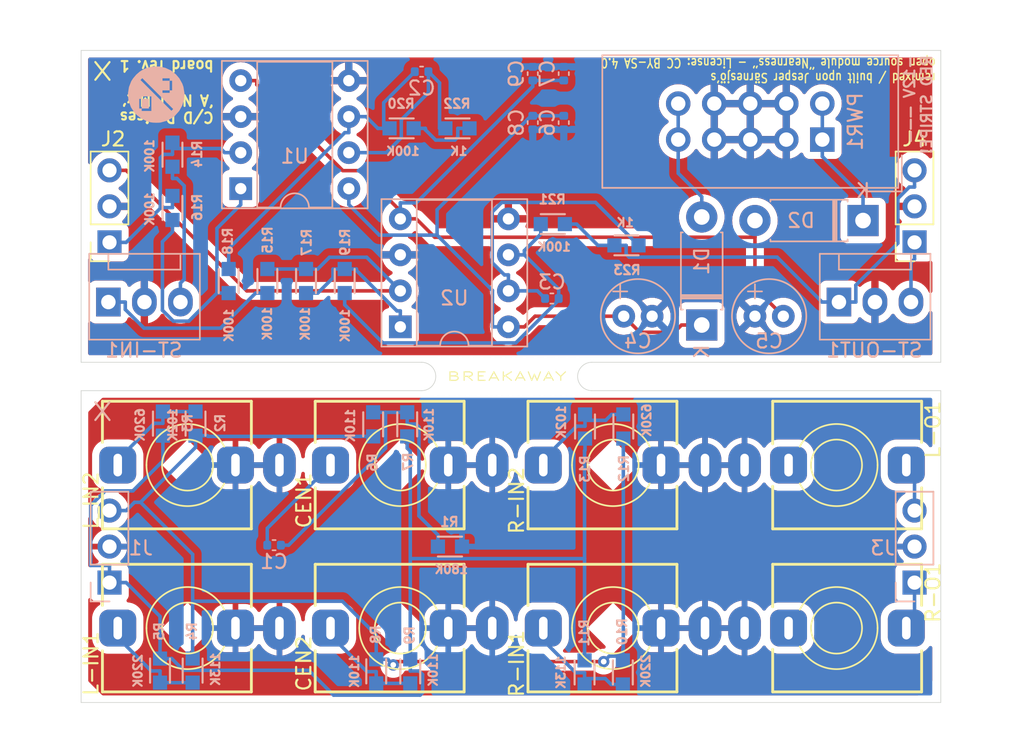
<source format=kicad_pcb>
(kicad_pcb (version 20240108) (generator "pcbnew") (generator_version "8.0")
  (layers (0 "F.Cu" signal) (31 "B.Cu" signal) (34 "B.Paste" user) (35 "F.Paste" user) (36 "B.SilkS" user "B.Silkscreen") (37 "F.SilkS" user "F.Silkscreen") (38 "B.Mask" user) (39 "F.Mask" user) (44 "Edge.Cuts" user))
  (net 0 "")
  (net 1 "Net-(C1-Pad1)")
  (net 2 "Net-(C1-Pad2)")
  (net 3 "Net-(U1B--)")
  (net 4 "Net-(C2-Pad2)")
  (net 5 "Net-(C3-Pad2)")
  (net 6 "Net-(U2B--)")
  (net 7 "+12V")
  (net 8 "GND")
  (net 9 "-12V")
  (net 10 "Net-(CEN2-PadT)")
  (net 11 "Net-(D1-A)")
  (net 12 "Net-(D2-K)")
  (net 13 "Net-(J1-Pin_1)")
  (net 14 "Net-(J1-Pin_3)")
  (net 15 "Net-(J2-Pin_1)")
  (net 16 "Net-(J2-Pin_3)")
  (net 17 "Net-(J3-Pin_3)")
  (net 18 "Net-(J3-Pin_1)")
  (net 19 "Net-(J4-Pin_1)")
  (net 20 "Net-(J4-Pin_3)")
  (net 21 "Net-(L-IN1-PadT)")
  (net 23 "Net-(L_IN2-PadT)")
  (net 24 "Net-(R-IN1-PadT)")
  (net 25 "Net-(R-IN2-PadT)")
  (net 27 "Net-(ST-IN1-Pin_3)")
  (net 28 "Net-(R16-Pad2)")
  (net 29 "Net-(R17-Pad2)")
  (net 30 "Net-(ST-IN1-Pin_1)")
  (footprint "AudioJacks:Jack_3.5mm_QingPu_WQP-PJ398SM_Vertical" (layer "F.Cu") (at 139.9634 107.4708 90)
    (property "Reference" "CEN1")
    (property "Value" "AudioJack2_SwitchT")
  )
  (footprint "AudioJacks:Jack_3.5mm_QingPu_WQP-PJ398SM_Vertical" (layer "F.Cu") (at 139.9634 118.9708 90)
    (property "Reference" "CEN2")
    (property "Value" "AudioJack2_SwitchT")
  )
  (footprint "Connector_PinSocket_2.54mm:PinSocket_1x03_P2.54mm_Vertical" (layer "F.Cu") (at 119.4634 91.7608 180)
    (property "Reference" "J2")
    (property "Value" "Conn_01x03_Female")
  )
  (footprint "Connector_PinSocket_2.54mm:PinSocket_1x03_P2.54mm_Vertical" (layer "F.Cu") (at 176.2134 91.7608 180)
    (property "Reference" "J4")
    (property "Value" "Conn_01x03_Female")
  )
  (footprint "AudioJacks:Jack_3.5mm_QingPu_WQP-PJ398SM_Vertical" (layer "F.Cu") (at 124.9634 118.9708 90)
    (property "Reference" "L-IN1")
    (property "Value" "AudioJack2_SwitchT")
  )
  (footprint "AudioJacks:Jack_3.5mm_QingPu_WQP-PJ398SM_Vertical" (layer "F.Cu") (at 170.7134 107.4708 -90)
    (property "Reference" "L-O1")
    (property "Value" "AudioJack2_SwitchT")
  )
  (footprint "AudioJacks:Jack_3.5mm_QingPu_WQP-PJ398SM_Vertical" (layer "F.Cu") (at 124.9634 107.4708 90)
    (property "Reference" "L_IN2")
    (property "Value" "AudioJack2_SwitchT")
  )
  (footprint "AudioJacks:Jack_3.5mm_QingPu_WQP-PJ398SM_Vertical" (layer "F.Cu") (at 154.9634 118.9708 90)
    (property "Reference" "R-IN1")
    (property "Value" "AudioJack2_SwitchT")
  )
  (footprint "AudioJacks:Jack_3.5mm_QingPu_WQP-PJ398SM_Vertical" (layer "F.Cu") (at 154.9634 107.4708 90)
    (property "Reference" "R-IN2")
    (property "Value" "AudioJack2_SwitchT")
  )
  (footprint "AudioJacks:Jack_3.5mm_QingPu_WQP-PJ398SM_Vertical" (layer "F.Cu") (at 170.7134 118.9708 -90)
    (property "Reference" "R-O1")
    (property "Value" "AudioJack2_SwitchT")
  )
  (footprint "MountingHole:MountingHole_0.5mm" (layer "F.Cu") (at 142.7134 100.2208)
    (property "Reference" "MOUSE_BITE_01" (hide yes))
    (property "Value" "0.5mm_Hole" (hide yes))
  )
  (footprint "MountingHole:MountingHole_0.5mm" (layer "F.Cu") (at 142.4634 102.2208)
    (property "Reference" "MOUSE_BITE_15" (hide yes))
    (property "Value" "0.5mm_Hole" (hide yes))
  )
  (footprint "MountingHole:MountingHole_0.5mm" (layer "F.Cu") (at 143.4634 100.2208)
    (property "Reference" "MOUSE_BITE_02" (hide yes))
    (property "Value" "0.5mm_Hole" (hide yes))
  )
  (footprint "MountingHole:MountingHole_0.5mm" (layer "F.Cu") (at 149.9634 102.2208)
    (property "Reference" "MOUSE_BITE_25" (hide yes))
    (property "Value" "0.5mm_Hole" (hide yes))
  )
  (footprint "MountingHole:MountingHole_0.5mm" (layer "F.Cu") (at 148.4634 102.2208)
    (property "Reference" "MOUSE_BITE_23" (hide yes))
    (property "Value" "0.5mm_Hole" (hide yes))
  )
  (footprint "MountingHole:MountingHole_0.5mm" (layer "F.Cu") (at 145.4634 102.2208)
    (property "Reference" "MOUSE_BITE_19" (hide yes))
    (property "Value" "0.5mm_Hole" (hide yes))
  )
  (footprint "MountingHole:MountingHole_0.5mm" (layer "F.Cu") (at 152.2134 102.2208)
    (property "Reference" "MOUSE_BITE_28" (hide yes))
    (property "Value" "0.5mm_Hole" (hide yes))
  )
  (footprint "MountingHole:MountingHole_0.5mm" (layer "F.Cu") (at 143.9634 102.2208)
    (property "Reference" "MOUSE_BITE_17" (hide yes))
    (property "Value" "0.5mm_Hole" (hide yes))
  )
  (footprint "MountingHole:MountingHole_0.5mm" (layer "F.Cu") (at 144.2134 100.2208)
    (property "Reference" "MOUSE_BITE_03" (hide yes))
    (property "Value" "0.5mm_Hole" (hide yes))
  )
  (footprint "MountingHole:MountingHole_0.5mm" (layer "F.Cu") (at 143.2134 102.2208)
    (property "Reference" "MOUSE_BITE_16" (hide yes))
    (property "Value" "0.5mm_Hole" (hide yes))
  )
  (footprint "MountingHole:MountingHole_0.5mm" (layer "F.Cu") (at 146.9634 102.2208)
    (property "Reference" "MOUSE_BITE_21" (hide yes))
    (property "Value" "0.5mm_Hole" (hide yes))
  )
  (footprint "MountingHole:MountingHole_0.5mm" (layer "F.Cu") (at 145.7134 100.2208)
    (property "Reference" "MOUSE_BITE_05" (hide yes))
    (property "Value" "0.5mm_Hole" (hide yes))
  )
  (footprint "MountingHole:MountingHole_0.5mm" (layer "F.Cu") (at 151.7134 100.2208)
    (property "Reference" "MOUSE_BITE_13" (hide yes))
    (property "Value" "0.5mm_Hole" (hide yes))
  )
  (footprint "MountingHole:MountingHole_0.5mm" (layer "F.Cu") (at 144.7134 102.2208)
    (property "Reference" "MOUSE_BITE_18" (hide yes))
    (property "Value" "0.5mm_Hole" (hide yes))
  )
  (footprint "MountingHole:MountingHole_0.5mm" (layer "F.Cu") (at 149.4634 100.2208)
    (property "Reference" "MOUSE_BITE_10" (hide yes))
    (property "Value" "0.5mm_Hole" (hide yes))
  )
  (footprint "MountingHole:MountingHole_0.5mm" (layer "F.Cu") (at 144.9634 100.2208)
    (property "Reference" "MOUSE_BITE_04" (hide yes))
    (property "Value" "0.5mm_Hole" (hide yes))
  )
  (footprint "MountingHole:MountingHole_0.5mm" (layer "F.Cu") (at 150.9634 100.2208)
    (property "Reference" "MOUSE_BITE_12" (hide yes))
    (property "Value" "0.5mm_Hole" (hide yes))
  )
  (footprint "MountingHole:MountingHole_0.5mm" (layer "F.Cu") (at 146.2134 102.2208)
    (property "Reference" "MOUSE_BITE_20" (hide yes))
    (property "Value" "0.5mm_Hole" (hide yes))
  )
  (footprint "MountingHole:MountingHole_0.5mm" (layer "F.Cu") (at 147.9634 100.2208)
    (property "Reference" "MOUSE_BITE_08" (hide yes))
    (property "Value" "0.5mm_Hole" (hide yes))
  )
  (footprint "MountingHole:MountingHole_0.5mm" (layer "F.Cu") (at 148.7134 100.2208)
    (property "Reference" "MOUSE_BITE_09" (hide yes))
    (property "Value" "0.5mm_Hole" (hide yes))
  )
  (footprint "MountingHole:MountingHole_0.5mm" (layer "F.Cu") (at 146.4634 100.2208)
    (property "Reference" "MOUSE_BITE_06" (hide yes))
    (property "Value" "0.5mm_Hole" (hide yes))
  )
  (footprint "MountingHole:MountingHole_0.5mm" (layer "F.Cu") (at 147.2134 100.2208)
    (property "Reference" "MOUSE_BITE_07" (hide yes))
    (property "Value" "0.5mm_Hole" (hide yes))
  )
  (footprint "MountingHole:MountingHole_0.5mm" (layer "F.Cu") (at 152.4634 100.2208)
    (property "Reference" "MOUSE_BITE_14" (hide yes))
    (property "Value" "0.5mm_Hole" (hide yes))
  )
  (footprint "MountingHole:MountingHole_0.5mm" (layer "F.Cu") (at 150.2134 100.2208)
    (property "Reference" "MOUSE_BITE_11" (hide yes))
    (property "Value" "0.5mm_Hole" (hide yes))
  )
  (footprint "MountingHole:MountingHole_0.5mm" (layer "F.Cu") (at 149.2134 102.2208)
    (property "Reference" "MOUSE_BITE_24" (hide yes))
    (property "Value" "0.5mm_Hole" (hide yes))
  )
  (footprint "MountingHole:MountingHole_0.5mm" (layer "F.Cu") (at 150.7134 102.2208)
    (property "Reference" "MOUSE_BITE_26" (hide yes))
    (property "Value" "0.5mm_Hole" (hide yes))
  )
  (footprint "MountingHole:MountingHole_0.5mm" (layer "F.Cu") (at 151.4634 102.2208)
    (property "Reference" "MOUSE_BITE_27" (hide yes))
    (property "Value" "0.5mm_Hole" (hide yes))
  )
  (footprint "MountingHole:MountingHole_0.5mm" (layer "F.Cu") (at 147.7134 102.2208)
    (property "Reference" "MOUSE_BITE_22" (hide yes))
    (property "Value" "0.5mm_Hole" (hide yes))
  )
  (footprint "Capacitor_SMD:C_0402_1005Metric" (layer "B.Cu") (at 131.0634 113.1208)
    (property "Reference" "C1")
    (property "Value" "5.6nF")
  )
  (footprint "Capacitor_SMD:C_0402_1005Metric" (layer "B.Cu") (at 141.4634 79.7208)
    (property "Reference" "C2")
    (property "Value" "22pF")
  )
  (footprint "Capacitor_SMD:C_0402_1005Metric" (layer "B.Cu") (at 150.6474 95.7208 180)
    (property "Reference" "C3")
    (property "Value" "22pF")
  )
  (footprint "Capacitor_THT:C_Radial_D5.0mm_H11.0mm_P2.00mm" (layer "B.Cu") (at 155.7134 96.9708)
    (property "Reference" "C4")
    (property "Value" "22uF")
  )
  (footprint "Capacitor_THT:C_Radial_D5.0mm_H11.0mm_P2.00mm" (layer "B.Cu") (at 164.9634 96.9708)
    (property "Reference" "C5")
    (property "Value" "22uF")
  )
  (footprint "Capacitor_SMD:C_0402_1005Metric" (layer "B.Cu") (at 151.4856 83.312 -90)
    (property "Reference" "C6")
    (property "Value" "100nF")
  )
  (footprint "Capacitor_SMD:C_0402_1005Metric" (layer "B.Cu") (at 151.4856 79.8576 -90)
    (property "Reference" "C7")
    (property "Value" "100nF")
  )
  (footprint "Capacitor_SMD:C_0402_1005Metric" (layer "B.Cu") (at 149.3012 83.312 -90)
    (property "Reference" "C8")
    (property "Value" "100nF")
  )
  (footprint "Capacitor_SMD:C_0402_1005Metric" (layer "B.Cu") (at 149.3012 79.8576 -90)
    (property "Reference" "C9")
    (property "Value" "100nF")
  )
  (footprint "Diode_THT:D_DO-41_SOD81_P7.62mm_Horizontal" (layer "B.Cu") (at 161.2134 97.5908 90)
    (property "Reference" "D1")
    (property "Value" "1N5819")
  )
  (footprint "Diode_THT:D_DO-41_SOD81_P7.62mm_Horizontal" (layer "B.Cu") (at 172.5834 90.2208 180)
    (property "Reference" "D2")
    (property "Value" "1N5819")
  )
  (footprint "Connector_PinHeader_2.54mm:PinHeader_1x03_P2.54mm_Vertical" (layer "B.Cu") (at 119.4634 115.7608)
    (property "Reference" "J1")
    (property "Value" "Conn_01x03_Male")
  )
  (footprint "Connector_PinHeader_2.54mm:PinHeader_1x03_P2.54mm_Vertical" (layer "B.Cu") (at 176.2134 115.7608)
    (property "Reference" "J3")
    (property "Value" "Conn_01x03_Male")
  )
  (footprint "Connector_IDC:IDC-Header_2x05_P2.54mm_Vertical" (layer "B.Cu") (at 169.7134 84.5108 90)
    (property "Reference" "PWR1")
    (property "Value" "Conn_02x05_Odd_Even")
  )
  (footprint "PCM_4ms_Resistor:R_0603" (layer "B.Cu") (at 143.4634 113.2208)
    (property "Reference" "R1")
    (property "Value" "180K")
  )
  (footprint "PCM_4ms_Resistor:R_0603" (layer "B.Cu") (at 125.5268 104.5464 -90)
    (property "Reference" "R2")
    (property "Value" "102K")
  )
  (footprint "PCM_4ms_Resistor:R_0603" (layer "B.Cu") (at 123.2268 104.5464 -90)
    (property "Reference" "R3")
    (property "Value" "620K")
  )
  (footprint "PCM_4ms_Resistor:R_0603" (layer "B.Cu") (at 125.3236 121.9708 90)
    (property "Reference" "R4")
    (property "Value" "113K")
  )
  (footprint "PCM_4ms_Resistor:R_0603" (layer "B.Cu") (at 123.0236 121.9708 90)
    (property "Reference" "R5")
    (property "Value" "220K")
  )
  (footprint "PCM_4ms_Resistor:R_0603" (layer "B.Cu") (at 138.049 104.5972 -90)
    (property "Reference" "R6")
    (property "Value" "110K")
  )
  (footprint "PCM_4ms_Resistor:R_0603" (layer "B.Cu") (at 140.449 104.5972 -90)
    (property "Reference" "R7")
    (property "Value" "110K")
  )
  (footprint "PCM_4ms_Resistor:R_0603" (layer "B.Cu") (at 138.2652 122.0216 90)
    (property "Reference" "R8")
    (property "Value" "110K")
  )
  (footprint "PCM_4ms_Resistor:R_0603" (layer "B.Cu") (at 140.6652 122.0216 90)
    (property "Reference" "R9")
    (property "Value" "110K")
  )
  (footprint "PCM_4ms_Resistor:R_0603" (layer "B.Cu") (at 155.6512 122.0978 90)
    (property "Reference" "R10")
    (property "Value" "220K")
  )
  (footprint "PCM_4ms_Resistor:R_0603" (layer "B.Cu") (at 152.9512 122.0978 90)
    (property "Reference" "R11")
    (property "Value" "113K")
  )
  (footprint "PCM_4ms_Resistor:R_0603" (layer "B.Cu") (at 155.6842 104.7496 -90)
    (property "Reference" "R12")
    (property "Value" "620K")
  )
  (footprint "PCM_4ms_Resistor:R_0603" (layer "B.Cu") (at 152.9842 104.7496 -90)
    (property "Reference" "R13")
    (property "Value" "102K")
  )
  (footprint "PCM_4ms_Resistor:R_0603" (layer "B.Cu") (at 123.9012 85.5764 -90)
    (property "Reference" "R14")
    (property "Value" "100K")
  )
  (footprint "PCM_4ms_Resistor:R_0603" (layer "B.Cu") (at 130.5899 94.488 90)
    (property "Reference" "R15")
    (property "Value" "100K")
  )
  (footprint "PCM_4ms_Resistor:R_0603" (layer "B.Cu") (at 123.9012 89.3318 -90)
    (property "Reference" "R16")
    (property "Value" "100K")
  )
  (footprint "PCM_4ms_Resistor:R_0603" (layer "B.Cu") (at 133.3161 94.488 -90)
    (property "Reference" "R17")
    (property "Value" "100K")
  )
  (footprint "PCM_4ms_Resistor:R_0603" (layer "B.Cu") (at 127.8636 94.488 90)
    (property "Reference" "R18")
    (property "Value" "100K")
  )
  (footprint "PCM_4ms_Resistor:R_0603" (layer "B.Cu") (at 136.0424 94.488 -90)
    (property "Reference" "R19")
    (property "Value" "100K")
  )
  (footprint "PCM_4ms_Resistor:R_0603" (layer "B.Cu") (at 140.0556 83.7184)
    (property "Reference" "R20")
    (property "Value" "100K")
  )
  (footprint "PCM_4ms_Resistor:R_0603" (layer "B.Cu") (at 150.7134 90.4708)
    (property "Reference" "R21")
    (property "Value" "100K")
  )
  (footprint "PCM_4ms_Resistor:R_0603" (layer "B.Cu") (at 143.9926 83.7184)
    (property "Reference" "R22")
    (property "Value" "1K")
  )
  (footprint "PCM_4ms_Resistor:R_0603" (layer "B.Cu") (at 155.9052 91.9734 180)
    (property "Reference" "R23")
    (property "Value" "1K")
  )
  (footprint "Connector:FanPinHeader_1x03_P2.54mm_Vertical" (layer "B.Cu") (at 119.3834 95.9708)
    (property "Reference" "ST-IN1")
    (property "Value" "Conn_01x03_Male")
  )
  (footprint "Connector:FanPinHeader_1x03_P2.54mm_Vertical" (layer "B.Cu") (at 170.8834 95.9708)
    (property "Reference" "ST-OUT1")
    (property "Value" "Conn_01x03_Male")
  )
  (footprint "Package_DIP:DIP-8_W7.62mm_Socket" (layer "B.Cu") (at 128.7134 87.9708)
    (property "Reference" "U1")
    (property "Value" "TL072")
  )
  (footprint "Package_DIP:DIP-8_W7.62mm_Socket" (layer "B.Cu") (at 139.9634 97.7208)
    (property "Reference" "U2")
    (property "Value" "TL072")
  )
  (footprint "Graphics" (layer "B.Cu") (at 124.7557 79.3348 180)
    (property "Reference" "logo" (hide yes))
    (property "Value" "")
  )
  (gr_line (start 155.4634 94.7208) (end 155.4634 95.7208) (stroke (width 0.12)) (layer "B.SilkS"))
  (gr_line (start 164.9634 94.7208) (end 164.9634 95.7208) (stroke (width 0.12)) (layer "B.SilkS"))
  (gr_line (start 164.4634 95.2208) (end 165.4634 95.2208) (stroke (width 0.12)) (layer "B.SilkS"))
  (gr_line (start 154.9634 95.2208) (end 155.9634 95.2208) (stroke (width 0.12)) (layer "B.SilkS"))
  (gr_line (start 117.4634 100.2208) (end 141.4634 100.2208) (stroke (width 0.05)) (layer "Edge.Cuts"))
  (gr_line (start 117.4634 78.2208) (end 178.0634 78.2208) (stroke (width 0.05)) (layer "Edge.Cuts"))
  (gr_line (start 153.4634 102.2208) (end 178.0634 102.2208) (stroke (width 0.05)) (layer "Edge.Cuts"))
  (gr_line (start 117.4634 78.2208) (end 117.4634 100.2208) (stroke (width 0.05)) (layer "Edge.Cuts"))
  (gr_line (start 178.0634 78.2208) (end 178.0634 100.2208) (stroke (width 0.05)) (layer "Edge.Cuts"))
  (gr_arc (start 153.4634 102.2208) (mid 152.4634 101.2208) (end 153.4634 100.2208) (stroke (width 0.05)) (layer "Edge.Cuts"))
  (gr_arc (start 141.4634 100.2208) (mid 142.4634 101.2208) (end 141.4634 102.2208) (stroke (width 0.05)) (layer "Edge.Cuts"))
  (gr_line (start 117.4634 124.2208) (end 178.0634 124.2208) (stroke (width 0.05)) (layer "Edge.Cuts"))
  (gr_line (start 117.4634 102.2208) (end 117.4634 124.2208) (stroke (width 0.05)) (layer "Edge.Cuts"))
  (gr_line (start 153.4634 100.2208) (end 178.0634 100.2208) (stroke (width 0.05)) (layer "Edge.Cuts"))
  (gr_line (start 117.4634 102.2208) (end 141.4634 102.2208) (stroke (width 0.05)) (layer "Edge.Cuts"))
  (gr_line (start 178.0634 102.2208) (end 178.0634 124.2208) (stroke (width 0.05)) (layer "Edge.Cuts"))
  (gr_text "X" (at 118.9634 103.7208 0) (layer "B.SilkS") (effects (font (size 1.25 1.5))))
  (gr_text "-12V ———\nRED STRIPE!" (at 176.4634 78.4708 90) (layer "B.SilkS") (effects (font (size 0.75 0.75)) (justify left mirror)))
  (gr_text "remixed / built upon Jesper Särnesjö’s\nopen source module “Nearness” - License: CC BY-SA 4.0" (at 177.7634 79.6208 180) (layer "F.SilkS") (effects (font (size 0.65 0.525) (thickness 0.1)) (justify left)))
  (gr_text "C/D Devices\n‘A Near Mix’\n\nboard rev. 1" (at 126.8868 81.1208 180) (layer "F.SilkS") (effects (font (size 0.75 0.7)) (justify left)))
  (gr_text "X" (at 118.9634 79.7208 0) (layer "F.SilkS") (effects (font (size 1.25 1.5))))
  (gr_text "BREAKAWAY" (at 147.4634 101.2208 0) (layer "F.SilkS") (effects (font (size 0.6 1) (thickness 0.08))))
  (segment (start 135.0434 107.4708) (end 130.5834 111.9308) (width 0.25) (layer "B.Cu") (net 1))
  (segment (start 130.5834 111.9308) (end 130.5834 113.1208) (width 0.25) (layer "B.Cu") (net 1))
  (segment (start 138.9203 106.2892) (end 138.9203 103.7472) (width 0.25) (layer "B.Cu") (net 2))
  (segment (start 131.5434 113.1208) (end 132.0887 113.1208) (width 0.25) (layer "B.Cu") (net 2))
  (segment (start 140.449 103.7472) (end 140.449 104.5739) (width 0.25) (layer "B.Cu") (net 2))
  (segment (start 141.2757 104.7805) (end 141.2757 111.0564) (width 0.25) (layer "B.Cu") (net 2))
  (segment (start 141.2757 111.0564) (end 142.6134 112.3941) (width 0.25) (layer "B.Cu") (net 2))
  (segment (start 142.6134 113.2208) (end 142.6134 112.3941) (width 0.25) (layer "B.Cu") (net 2))
  (segment (start 138.049 103.7472) (end 138.9203 103.7472) (width 0.25) (layer "B.Cu") (net 2))
  (segment (start 132.0887 113.1208) (end 138.9203 106.2892) (width 0.25) (layer "B.Cu") (net 2))
  (segment (start 140.449 104.5739) (end 141.0691 104.5739) (width 0.25) (layer "B.Cu") (net 2))
  (segment (start 138.9203 103.7472) (end 140.449 103.7472) (width 0.25) (layer "B.Cu") (net 2))
  (segment (start 141.0691 104.5739) (end 141.2757 104.7805) (width 0.25) (layer "B.Cu") (net 2))
  (segment (start 137.5513 82.8908) (end 138.3789 83.7184) (width 0.25) (layer "B.Cu") (net 3))
  (segment (start 136.0517 84.0175) (end 136.3334 84.0175) (width 0.25) (layer "B.Cu") (net 3))
  (segment (start 138.7923 83.7184) (end 138.3789 83.7184) (width 0.25) (layer "B.Cu") (net 3))
  (segment (start 136.3334 82.8908) (end 137.5513 82.8908) (width 0.25) (layer "B.Cu") (net 3))
  (segment (start 127.8636 93.638) (end 127.8636 92.2056) (width 0.25) (layer "B.Cu") (net 3))
  (segment (start 136.3334 82.8908) (end 136.3334 84.0175) (width 0.25) (layer "B.Cu") (net 3))
  (segment (start 138.7923 81.9119) (end 140.9834 79.7208) (width 0.25) (layer "B.Cu") (net 3))
  (segment (start 138.7923 83.7184) (end 138.7923 81.9119) (width 0.25) (layer "B.Cu") (net 3))
  (segment (start 139.2056 83.7184) (end 138.7923 83.7184) (width 0.25) (layer "B.Cu") (net 3))
  (segment (start 127.8636 92.2056) (end 136.0517 84.0175) (width 0.25) (layer "B.Cu") (net 3))
  (segment (start 140.0323 83.1112) (end 141.9434 81.2001) (width 0.25) (layer "B.Cu") (net 4))
  (segment (start 142.7293 80.5067) (end 141.9434 79.7208) (width 0.25) (layer "B.Cu") (net 4))
  (segment (start 138.9775 85.4308) (end 140.0323 84.376) (width 0.25) (layer "B.Cu") (net 4))
  (segment (start 136.3334 85.4308) (end 138.9775 85.4308) (width 0.25) (layer "B.Cu") (net 4))
  (segment (start 141.9434 81.2001) (end 141.9434 79.7208) (width 0.25) (layer "B.Cu") (net 4))
  (segment (start 140.0323 84.376) (end 140.0323 83.1112) (width 0.25) (layer "B.Cu") (net 4))
  (segment (start 143.1426 83.7184) (end 142.7293 83.7184) (width 0.25) (layer "B.Cu") (net 4))
  (segment (start 142.7293 83.7184) (end 142.7293 80.5067) (width 0.25) (layer "B.Cu") (net 4))
  (segment (start 147.3017 94.0541) (end 146.4438 93.1962) (width 0.25) (layer "B.Cu") (net 5))
  (segment (start 149.6274 95.1808) (end 150.1674 95.7208) (width 0.25) (layer "B.Cu") (net 5))
  (segment (start 147.5834 95.1808) (end 147.5834 94.0541) (width 0.25) (layer "B.Cu") (net 5))
  (segment (start 147.5834 95.1808) (end 149.6274 95.1808) (width 0.25) (layer "B.Cu") (net 5))
  (segment (start 146.4438 89.6119) (end 147.1135 88.9422) (width 0.25) (layer "B.Cu") (net 5))
  (segment (start 147.1135 88.9422) (end 153.724 88.9422) (width 0.25) (layer "B.Cu") (net 5))
  (segment (start 146.4438 93.1962) (end 146.4438 89.6119) (width 0.25) (layer "B.Cu") (net 5))
  (segment (start 147.5834 94.0541) (end 147.3017 94.0541) (width 0.25) (layer "B.Cu") (net 5))
  (segment (start 153.724 88.9422) (end 156.7552 91.9734) (width 0.25) (layer "B.Cu") (net 5))
  (segment (start 136.0424 95.338) (end 136.0424 96.1647) (width 0.25) (layer "B.Cu") (net 6))
  (segment (start 148.7101 92.6408) (end 151.1274 95.0581) (width 0.25) (layer "B.Cu") (net 6))
  (segment (start 138.7301 98.8524) (end 148.1053 98.8524) (width 0.25) (layer "B.Cu") (net 6))
  (segment (start 147.5834 92.6408) (end 148.7101 92.6408) (width 0.25) (layer "B.Cu") (net 6))
  (segment (start 148.7101 92.3374) (end 149.8634 91.1841) (width 0.25) (layer "B.Cu") (net 6))
  (segment (start 136.0424 96.1647) (end 138.7301 98.8524) (width 0.25) (layer "B.Cu") (net 6))
  (segment (start 148.7101 92.6408) (end 148.7101 92.3374) (width 0.25) (layer "B.Cu") (net 6))
  (segment (start 149.8634 90.4708) (end 149.8634 91.1841) (width 0.25) (layer "B.Cu") (net 6))
  (segment (start 148.1053 98.8524) (end 151.1274 95.8303) (width 0.25) (layer "B.Cu") (net 6))
  (segment (start 151.1274 95.8303) (end 151.1274 95.7208) (width 0.25) (layer "B.Cu") (net 6))
  (segment (start 151.1274 95.0581) (end 151.1274 95.7208) (width 0.25) (layer "B.Cu") (net 6))
  (segment (start 159.2733 98.1042) (end 159.7867 97.5908) (width 0.25) (layer "F.Cu") (net 7))
  (segment (start 147.5834 97.7208) (end 148.7101 97.7208) (width 0.25) (layer "F.Cu") (net 7))
  (segment (start 156.8468 98.1042) (end 159.2733 98.1042) (width 0.25) (layer "F.Cu") (net 7))
  (segment (start 155.7134 96.9708) (end 149.4601 96.9708) (width 0.25) (layer "F.Cu") (net 7))
  (segment (start 149.4601 96.9708) (end 148.7101 97.7208) (width 0.25) (layer "F.Cu") (net 7))
  (segment (start 155.7134 96.9708) (end 156.8468 98.1042) (width 0.25) (layer "F.Cu") (net 7))
  (segment (start 161.2134 97.5908) (end 159.7867 97.5908) (width 0.25) (layer "F.Cu") (net 7))
  (segment (start 142.5553 91.2514) (end 142.5553 89.4597) (width 0.25) (layer "B.Cu") (net 7))
  (segment (start 138.4873 91.2514) (end 136.3334 89.0975) (width 0.25) (layer "B.Cu") (net 7))
  (segment (start 142.5553 91.2514) (end 138.4873 91.2514) (width 0.25) (layer "B.Cu") (net 7))
  (segment (start 146.4567 95.1528) (end 142.5553 91.2514) (width 0.25) (layer "B.Cu") (net 7))
  (segment (start 147.5834 97.7208) (end 146.4567 97.7208) (width 0.25) (layer "B.Cu") (net 7))
  (segment (start 149.183 82.832) (end 149.3012 82.832) (width 0.25) (layer "B.Cu") (net 7))
  (segment (start 149.3012 82.832) (end 151.4856 82.832) (width 0.25) (layer "B.Cu") (net 7))
  (segment (start 136.3334 87.9708) (end 136.3334 89.0975) (width 0.25) (layer "B.Cu") (net 7))
  (segment (start 142.5553 89.4597) (end 149.183 82.832) (width 0.25) (layer "B.Cu") (net 7))
  (segment (start 146.4567 97.7208) (end 146.4567 95.1528) (width 0.25) (layer "B.Cu") (net 7))
  (segment (start 166.9634 96.9708) (end 164.9634 94.9708) (width 0.25) (layer "F.Cu") (net 9))
  (segment (start 140.5268 90.1008) (end 141.0901 90.1008) (width 0.25) (layer "F.Cu") (net 9))
  (segment (start 137.1268 86.7008) (end 135.9084 86.7008) (width 0.25) (layer "F.Cu") (net 9))
  (segment (start 164.9634 91.4003) (end 164.9634 90.2208) (width 0.25) (layer "F.Cu") (net 9))
  (segment (start 129.8401 80.6325) (end 129.8401 80.3508) (width 0.25) (layer "F.Cu") (net 9))
  (segment (start 164.9634 94.9708) (end 164.9634 91.4003) (width 0.25) (layer "F.Cu") (net 9))
  (segment (start 139.9634 90.1008) (end 140.5268 90.1008) (width 0.25) (layer "F.Cu") (net 9))
  (segment (start 135.9084 86.7008) (end 129.8401 80.6325) (width 0.25) (layer "F.Cu") (net 9))
  (segment (start 142.3896 91.4003) (end 141.0901 90.1008) (width 0.25) (layer "F.Cu") (net 9))
  (segment (start 164.9634 91.4003) (end 142.3896 91.4003) (width 0.25) (layer "F.Cu") (net 9))
  (segment (start 140.5268 90.1008) (end 137.1268 86.7008) (width 0.25) (layer "F.Cu") (net 9))
  (segment (start 128.7134 80.3508) (end 129.8401 80.3508) (width 0.25) (layer "F.Cu") (net 9))
  (segment (start 139.9634 88.9741) (end 141.0901 88.9741) (width 0.25) (layer "B.Cu") (net 9))
  (segment (start 151.4856 80.3376) (end 149.3012 80.3376) (width 0.25) (layer "B.Cu") (net 9))
  (segment (start 139.9634 90.1008) (end 139.9634 88.9741) (width 0.25) (layer "B.Cu") (net 9))
  (segment (start 141.0901 88.9741) (end 149.3012 80.763) (width 0.25) (layer "B.Cu") (net 9))
  (segment (start 149.3012 80.763) (end 149.3012 80.3376) (width 0.25) (layer "B.Cu") (net 9))
  (segment (start 138.2652 122.8716) (end 138.2652 122.0449) (width 0.25) (layer "B.Cu") (net 10))
  (segment (start 135.0434 118.9708) (end 135.0434 119.4801) (width 0.25) (layer "B.Cu") (net 10))
  (segment (start 137.6082 122.0449) (end 138.2652 122.0449) (width 0.25) (layer "B.Cu") (net 10))
  (segment (start 140.6652 122.8716) (end 138.2652 122.8716) (width 0.25) (layer "B.Cu") (net 10))
  (segment (start 135.0434 119.4801) (end 137.6082 122.0449) (width 0.25) (layer "B.Cu") (net 10))
  (segment (start 159.5534 81.9708) (end 159.5534 84.5108) (width 0.25) (layer "B.Cu") (net 11))
  (segment (start 161.2134 89.9708) (end 161.2134 88.5441) (width 0.25) (layer "B.Cu") (net 11))
  (segment (start 159.5534 86.8841) (end 161.2134 88.5441) (width 0.25) (layer "B.Cu") (net 11))
  (segment (start 159.5534 84.5108) (end 159.5534 86.8841) (width 0.25) (layer "B.Cu") (net 11))
  (segment (start 172.5834 88.5711) (end 172.5834 90.2208) (width 0.25) (layer "B.Cu") (net 12))
  (segment (start 169.7134 84.5108) (end 169.7134 85.7011) (width 0.25) (layer "B.Cu") (net 12))
  (segment (start 169.7134 81.9708) (end 169.7134 84.5108) (width 0.25) (layer "B.Cu") (net 12))
  (segment (start 169.7134 85.7011) (end 172.5834 88.5711) (width 0.25) (layer "B.Cu") (net 12))
  (segment (start 141.2852 121.9983) (end 141.5316 122.2447) (width 0.25) (layer "B.Cu") (net 13))
  (segment (start 119.4634 114.554) (end 119.4634 115.7608) (width 0.25) (layer "B.Cu") (net 13))
  (segment (start 120.6401 115.7608) (end 123.0236 118.1443) (width 0.25) (layer "B.Cu") (net 13))
  (segment (start 123.0236 121.1208) (end 123.8503 121.1208) (width 0.25) (layer "B.Cu") (net 13))
  (segment (start 119.1591 109.2925) (end 118.1354 110.3162) (width 0.25) (layer "B.Cu") (net 13))
  (segment (start 124.677 121.9475) (end 123.8503 121.1208) (width 0.25) (layer "B.Cu") (net 13))
  (segment (start 140.6652 121.1716) (end 140.6652 114.0709) (width 0.25) (layer "B.Cu") (net 13))
  (segment (start 133.5083 121.9475) (end 124.677 121.9475) (width 0.25) (layer "B.Cu") (net 13))
  (segment (start 152.9512 114.0709) (end 152.9512 106.4593) (width 0.25) (layer "B.Cu") (net 13))
  (segment (start 140.6652 114.0709) (end 152.9512 114.0709) (width 0.25) (layer "B.Cu") (net 13))
  (segment (start 123.0236 118.1443) (end 123.0236 121.1208) (width 0.25) (layer "B.Cu") (net 13))
  (segment (start 140.6652 106.4901) (end 140.449 106.2739) (width 0.25) (layer "B.Cu") (net 13))
  (segment (start 121.1109 109.2925) (end 119.1591 109.2925) (width 0.25) (layer "B.Cu") (net 13))
  (segment (start 119.4634 115.7608) (end 120.6401 115.7608) (width 0.25) (layer "B.Cu") (net 13))
  (segment (start 141.5316 123.5265) (end 141.3598 123.6983) (width 0.25) (layer "B.Cu") (net 13))
  (segment (start 118.1354 110.3162) (end 118.1354 114.554) (width 0.25) (layer "B.Cu") (net 13))
  (segment (start 140.6652 121.1716) (end 140.6652 121.9983) (width 0.25) (layer "B.Cu") (net 13))
  (segment (start 152.9512 121.2478) (end 152.9512 114.0709) (width 0.25) (layer "B.Cu") (net 13))
  (segment (start 135.2591 123.6983) (end 133.5083 121.9475) (width 0.25) (layer "B.Cu") (net 13))
  (segment (start 152.9512 106.4593) (end 152.9842 106.4263) (width 0.25) (layer "B.Cu") (net 13))
  (segment (start 123.2268 107.1766) (end 121.1109 109.2925) (width 0.25) (layer "B.Cu") (net 13))
  (segment (start 118.1354 114.554) (end 119.4634 114.554) (width 0.25) (layer "B.Cu") (net 13))
  (segment (start 140.6652 121.9983) (end 141.2852 121.9983) (width 0.25) (layer "B.Cu") (net 13))
  (segment (start 141.3598 123.6983) (end 135.2591 123.6983) (width 0.25) (layer "B.Cu") (net 13))
  (segment (start 140.449 105.4472) (end 140.449 106.2739) (width 0.25) (layer "B.Cu") (net 13))
  (segment (start 123.2268 105.3964) (end 123.2268 107.1766) (width 0.25) (layer "B.Cu") (net 13))
  (segment (start 140.6652 114.0709) (end 140.6652 106.4901) (width 0.25) (layer "B.Cu") (net 13))
  (segment (start 141.5316 122.2447) (end 141.5316 123.5265) (width 0.25) (layer "B.Cu") (net 13))
  (segment (start 152.9842 105.5996) (end 152.9842 106.4263) (width 0.25) (layer "B.Cu") (net 13))
  (segment (start 154.3012 121.3362) (end 139.6992 121.3362) (width 0.25) (layer "F.Cu") (net 14))
  (segment (start 139.6992 121.3362) (end 139.4641 121.5713) (width 0.25) (layer "F.Cu") (net 14))
  (via (at 139.4641 121.5713) (size 0.8) (drill 0.4) (layers "F.Cu" "B.Cu") (net 14))
  (via (at 154.3012 121.3362) (size 0.8) (drill 0.4) (layers "F.Cu" "B.Cu") (net 14))
  (segment (start 155.6512 121.2478) (end 155.6512 120.9478) (width 0.25) (layer "B.Cu") (net 14))
  (segment (start 154.6896 120.9478) (end 154.3012 121.3362) (width 0.25) (layer "B.Cu") (net 14))
  (segment (start 138.2652 119.4621) (end 138.2652 121.1716) (width 0.25) (layer "B.Cu") (net 14))
  (segment (start 155.6512 120.9478) (end 155.6512 120.4211) (width 0.25) (layer "B.Cu") (net 14))
  (segment (start 139.4641 121.5713) (end 139.0919 121.1991) (width 0.25) (layer "B.Cu") (net 14))
  (segment (start 155.6512 120.4211) (end 155.6842 120.3881) (width 0.25) (layer "B.Cu") (net 14))
  (segment (start 125.5268 105.3964) (end 126.3535 105.3964) (width 0.25) (layer "B.Cu") (net 14))
  (segment (start 121.224 110.0969) (end 120.6401 110.6808) (width 0.25) (layer "B.Cu") (net 14))
  (segment (start 138.2652 121.1716) (end 139.0919 121.1716) (width 0.25) (layer "B.Cu") (net 14))
  (segment (start 125.3236 117.0746) (end 125.3236 113.7675) (width 0.25) (layer "B.Cu") (net 14))
  (segment (start 125.3236 121.1208) (end 125.3236 117.0746) (width 0.25) (layer "B.Cu") (net 14))
  (segment (start 125.5268 105.3964) (end 125.5268 106.2231) (width 0.25) (layer "B.Cu") (net 14))
  (segment (start 125.3236 117.0746) (end 135.8777 117.0746) (width 0.25) (layer "B.Cu") (net 14))
  (segment (start 138.049 105.4472) (end 126.4043 105.4472) (width 0.25) (layer "B.Cu") (net 14))
  (segment (start 139.0919 121.1991) (end 139.0919 121.1716) (width 0.25) (layer "B.Cu") (net 14))
  (segment (start 135.8777 117.0746) (end 138.2652 119.4621) (width 0.25) (layer "B.Cu") (net 14))
  (segment (start 121.653 110.0969) (end 125.5268 106.2231) (width 0.25) (layer "B.Cu") (net 14))
  (segment (start 126.4043 105.4472) (end 126.3535 105.3964) (width 0.25) (layer "B.Cu") (net 14))
  (segment (start 121.653 110.0969) (end 121.224 110.0969) (width 0.25) (layer "B.Cu") (net 14))
  (segment (start 125.3236 113.7675) (end 121.653 110.0969) (width 0.25) (layer "B.Cu") (net 14))
  (segment (start 155.6512 120.9478) (end 154.6896 120.9478) (width 0.25) (layer "B.Cu") (net 14))
  (segment (start 119.4634 110.6808) (end 120.6401 110.6808) (width 0.25) (layer "B.Cu") (net 14))
  (segment (start 155.6842 120.3881) (end 155.6842 105.5996) (width 0.25) (layer "B.Cu") (net 14))
  (segment (start 123.0442 89.3567) (end 123.0442 89.3085) (width 0.25) (layer "B.Cu") (net 15))
  (segment (start 120.6401 91.7608) (end 123.0442 89.3567) (width 0.25) (layer "B.Cu") (net 15))
  (segment (start 123.9012 84.7264) (end 123.9012 85.1397) (width 0.25) (layer "B.Cu") (net 15))
  (segment (start 127.2956 85.1397) (end 127.5867 85.4308) (width 0.25) (layer "B.Cu") (net 15))
  (segment (start 123.9012 88.4818) (end 123.9012 89.3085) (width 0.25) (layer "B.Cu") (net 15))
  (segment (start 128.7134 85.4308) (end 127.5867 85.4308) (width 0.25) (layer "B.Cu") (net 15))
  (segment (start 119.4634 91.7608) (end 120.6401 91.7608) (width 0.25) (layer "B.Cu") (net 15))
  (segment (start 123.0442 89.3085) (end 123.9012 89.3085) (width 0.25) (layer "B.Cu") (net 15))
  (segment (start 123.9012 85.1397) (end 127.2956 85.1397) (width 0.25) (layer "B.Cu") (net 15))
  (segment (start 123.2812 85.5531) (end 123.9012 85.5531) (width 0.25) (layer "B.Cu") (net 15))
  (segment (start 123.0442 85.7901) (end 123.2812 85.5531) (width 0.25) (layer "B.Cu") (net 15))
  (segment (start 123.0442 89.3085) (end 123.0442 85.7901) (width 0.25) (layer "B.Cu") (net 15))
  (segment (start 123.9012 85.1397) (end 123.9012 85.5531) (width 0.25) (layer "B.Cu") (net 15))
  (segment (start 129.1401 95.1808) (end 120.6401 86.6808) (width 0.25) (layer "F.Cu") (net 16))
  (segment (start 119.4634 86.6808) (end 120.6401 86.6808) (width 0.25) (layer "F.Cu") (net 16))
  (segment (start 139.9634 95.1808) (end 129.1401 95.1808) (width 0.25) (layer "F.Cu") (net 16))
  (segment (start 134.9695 92.8113) (end 134.1428 93.638) (width 0.25) (layer "B.Cu") (net 16))
  (segment (start 137.5939 92.8113) (end 134.9695 92.8113) (width 0.25) (layer "B.Cu") (net 16))
  (segment (start 133.7295 93.638) (end 134.1428 93.638) (width 0.25) (layer "B.Cu") (net 16))
  (segment (start 139.9634 95.1808) (end 137.5939 92.8113) (width 0.25) (layer "B.Cu") (net 16))
  (segment (start 133.3161 93.638) (end 130.5899 93.638) (width 0.25) (layer "B.Cu") (net 16))
  (segment (start 133.7295 93.638) (end 133.3161 93.638) (width 0.25) (layer "B.Cu") (net 16))
  (segment (start 176.2134 108.0508) (end 176.2134 110.6808) (width 0.25) (layer "B.Cu") (net 17))
  (segment (start 175.6334 107.4708) (end 176.2134 108.0508) (width 0.25) (layer "B.Cu") (net 17))
  (segment (start 176.2134 118.3908) (end 176.2134 115.7608) (width 0.25) (layer "B.Cu") (net 18))
  (segment (start 175.6334 118.9708) (end 176.2134 118.3908) (width 0.25) (layer "B.Cu") (net 18))
  (segment (start 143.8093 84.5451) (end 144.0159 84.3385) (width 0.25) (layer "B.Cu") (net 19))
  (segment (start 144.8114 83.7184) (end 144.7801 83.7184) (width 0.25) (layer "B.Cu") (net 19))
  (segment (start 144.8407 83.7184) (end 144.8387 83.7184) (width 0.25) (layer "B.Cu") (net 19))
  (segment (start 176.2134 91.7791) (end 176.2134 91.7975) (width 0.25) (layer "B.Cu") (net 19))
  (segment (start 176.2134 92.0549) (end 176.2134 92.3491) (width 0.25) (layer "B.Cu") (net 19))
  (segment (start 141.7323 83.8217) (end 142.4557 84.5451) (width 0.25) (layer "B.Cu") (net 19))
  (segment (start 144.0159 84.3385) (end 144.0159 83.7184) (width 0.25) (layer "B.Cu") (net 19))
  (segment (start 176.2134 91.7619) (end 176.2134 91.763) (width 0.25) (layer "B.Cu") (net 19))
  (segment (start 176.2134 91.7699) (end 176.2134 91.7791) (width 0.25) (layer "B.Cu") (net 19))
  (segment (start 142.4557 84.5451) (end 143.8093 84.5451) (width 0.25) (layer "B.Cu") (net 19))
  (segment (start 144.8424 83.7184) (end 144.8422 83.7184) (width 0.25) (layer "B.Cu") (net 19))
  (segment (start 144.8426 83.7184) (end 144.8425 83.7184) (width 0.25) (layer "B.Cu") (net 19))
  (segment (start 176.2134 91.7613) (end 176.2134 91.7619) (width 0.25) (layer "B.Cu") (net 19))
  (segment (start 140.9056 83.7184) (end 141.7323 83.7184) (width 0.25) (layer "B.Cu") (net 19))
  (segment (start 144.8417 83.7184) (end 144.8407 83.7184) (width 0.25) (layer "B.Cu") (net 19))
  (segment (start 144.5926 83.7184) (end 144.0159 83.7184) (width 0.25) (layer "B.Cu") (net 19))
  (segment (start 141.7323 83.7184) (end 141.7323 83.8217) (width 0.25) (layer "B.Cu") (net 19))
  (segment (start 176.2134 91.761) (end 176.2134 91.7613) (width 0.25) (layer "B.Cu") (net 19))
  (segment (start 144.8387 83.7184) (end 144.8348 83.7184) (width 0.25) (layer "B.Cu") (net 19))
  (segment (start 175.9634 95.9708) (end 175.9634 93.1875) (width 0.25) (layer "B.Cu") (net 19))
  (segment (start 176.2134 92.3491) (end 176.2134 92.9375) (width 0.25) (layer "B.Cu") (net 19))
  (segment (start 176.2134 91.8343) (end 176.2134 91.9078) (width 0.25) (layer "B.Cu") (net 19))
  (segment (start 144.827 83.7184) (end 144.8114 83.7184) (width 0.25) (layer "B.Cu") (net 19))
  (segment (start 176.2134 91.7975) (end 176.2134 91.8343) (width 0.25) (layer "B.Cu") (net 19))
  (segment (start 176.2134 91.7609) (end 176.2134 91.761) (width 0.25) (layer "B.Cu") (net 19))
  (segment (start 176.2134 91.9078) (end 176.2134 92.0549) (width 0.25) (layer "B.Cu") (net 19))
  (segment (start 176.2134 91.7653) (end 176.2134 91.7699) (width 0.25) (layer "B.Cu") (net 19))
  (segment (start 144.7176 83.7184) (end 144.5926 83.7184) (width 0.25) (layer "B.Cu") (net 19))
  (segment (start 144.8425 83.7184) (end 144.8424 83.7184) (width 0.25) (layer "B.Cu") (net 19))
  (segment (start 176.2134 91.763) (end 176.2134 91.7653) (width 0.25) (layer "B.Cu") (net 19))
  (segment (start 144.7801 83.7184) (end 144.7176 83.7184) (width 0.25) (layer "B.Cu") (net 19))
  (segment (start 144.8422 83.7184) (end 144.8417 83.7184) (width 0.25) (layer "B.Cu") (net 19))
  (segment (start 176.2134 91.7608) (end 176.2134 91.7609) (width 0.25) (layer "B.Cu") (net 19))
  (segment (start 144.8348 83.7184) (end 144.827 83.7184) (width 0.25) (layer "B.Cu") (net 19))
  (segment (start 175.9634 93.1875) (end 176.2134 92.9375) (width 0.25) (layer "B.Cu") (net 19))
  (segment (start 171.4793 95.9708) (end 170.8834 95.9708) (width 0.25) (layer "B.Cu") (net 20))
  (segment (start 153.8927 91.9734) (end 152.3901 90.4708) (width 0.25) (layer "B.Cu") (net 20))
  (segment (start 155.4686 91.9734) (end 155.8819 91.9734) (width 0.25) (layer "B.Cu") (net 20))
  (segment (start 155.8819 92.5935) (end 155.8819 91.9734) (width 0.25) (layer "B.Cu") (net 20))
  (segment (start 175.0367 91.8175) (end 175.0367 88.6664) (width 0.25) (layer "B.Cu") (net 20))
  (segment (start 156.0885 92.8001) (end 155.8819 92.5935) (width 0.25) (layer "B.Cu") (net 20))
  (segment (start 172.0751 95.9708) (end 172.0751 94.7791) (width 0.25) (layer "B.Cu") (net 20))
  (segment (start 170.8834 95.9708) (end 169.6917 95.9708) (width 0.25) (layer "B.Cu") (net 20))
  (segment (start 155.0552 91.9734) (end 153.8927 91.9734) (width 0.25) (layer "B.Cu") (net 20))
  (segment (start 151.5634 90.4708) (end 152.3901 90.4708) (width 0.25) (layer "B.Cu") (net 20))
  (segment (start 155.4686 91.9734) (end 155.0552 91.9734) (width 0.25) (layer "B.Cu") (net 20))
  (segment (start 166.521 92.8001) (end 156.0885 92.8001) (width 0.25) (layer "B.Cu") (net 20))
  (segment (start 172.0751 94.7791) (end 175.0367 91.8175) (width 0.25) (layer "B.Cu") (net 20))
  (segment (start 171.4793 95.9708) (end 172.0751 95.9708) (width 0.25) (layer "B.Cu") (net 20))
  (segment (start 169.6917 95.9708) (end 166.521 92.8001) (width 0.25) (layer "B.Cu") (net 20))
  (segment (start 176.2134 86.6808) (end 176.2134 87.8575) (width 0.25) (layer "B.Cu") (net 20))
  (segment (start 175.0367 88.6664) (end 175.8456 87.8575) (width 0.25) (layer "B.Cu") (net 20))
  (segment (start 175.8456 87.8575) (end 176.2134 87.8575) (width 0.25) (layer "B.Cu") (net 20))
  (segment (start 120.0434 119.6339) (end 122.4036 121.9941) (width 0.25) (layer "B.Cu") (net 21))
  (segment (start 123.0236 122.8208) (end 123.0236 121.9941) (width 0.25) (layer "B.Cu") (net 21))
  (segment (start 120.0434 118.9708) (end 120.0434 119.6339) (width 0.25) (layer "B.Cu") (net 21))
  (segment (start 125.3236 122.8208) (end 123.0236 122.8208) (width 0.25) (layer "B.Cu") (net 21))
  (segment (start 122.4036 121.9941) (end 123.0236 121.9941) (width 0.25) (layer "B.Cu") (net 21))
  (segment (start 120.0434 107.1014) (end 122.6217 104.5231) (width 0.25) (layer "B.Cu") (net 23))
  (segment (start 120.0434 107.4708) (end 120.0434 107.1014) (width 0.25) (layer "B.Cu") (net 23))
  (segment (start 122.6217 104.5231) (end 123.2268 104.5231) (width 0.25) (layer "B.Cu") (net 23))
  (segment (start 123.2268 104.1097) (end 123.6401 103.6964) (width 0.25) (layer "B.Cu") (net 23))
  (segment (start 123.2268 104.1097) (end 123.2268 104.5231) (width 0.25) (layer "B.Cu") (net 23))
  (segment (start 123.6401 103.6964) (end 125.5268 103.6964) (width 0.25) (layer "B.Cu") (net 23))
  (segment (start 123.2268 103.6964) (end 123.2268 104.1097) (width 0.25) (layer "B.Cu") (net 23))
  (segment (start 154.4111 122.5344) (end 154.8245 122.9478) (width 0.25) (layer "B.Cu") (net 24))
  (segment (start 152.9512 122.9478) (end 152.9512 122.5344) (width 0.25) (layer "B.Cu") (net 24))
  (segment (start 155.6512 122.9478) (end 154.8245 122.9478) (width 0.25) (layer "B.Cu") (net 24))
  (segment (start 150.0434 118.9708) (end 150.0434 119.8333) (width 0.25) (layer "B.Cu") (net 24))
  (segment (start 150.0434 119.8333) (end 152.3312 122.1211) (width 0.25) (layer "B.Cu") (net 24))
  (segment (start 152.3312 122.1211) (end 152.9512 122.1211) (width 0.25) (layer "B.Cu") (net 24))
  (segment (start 152.9512 122.5344) (end 152.9512 122.1211) (width 0.25) (layer "B.Cu") (net 24))
  (segment (start 152.9512 122.5344) (end 154.4111 122.5344) (width 0.25) (layer "B.Cu") (net 24))
  (segment (start 152.9842 104.3129) (end 152.9842 104.7263) (width 0.25) (layer "B.Cu") (net 25))
  (segment (start 152.3939 104.7263) (end 152.9842 104.7263) (width 0.25) (layer "B.Cu") (net 25))
  (segment (start 155.6842 103.8996) (end 154.8575 103.8996) (width 0.25) (layer "B.Cu") (net 25))
  (segment (start 152.9842 104.3129) (end 154.4442 104.3129) (width 0.25) (layer "B.Cu") (net 25))
  (segment (start 150.0434 107.0768) (end 152.3939 104.7263) (width 0.25) (layer "B.Cu") (net 25))
  (segment (start 152.9842 103.8996) (end 152.9842 104.3129) (width 0.25) (layer "B.Cu") (net 25))
  (segment (start 154.4442 104.3129) (end 154.8575 103.8996) (width 0.25) (layer "B.Cu") (net 25))
  (segment (start 150.0434 107.4708) (end 150.0434 107.0768) (width 0.25) (layer "B.Cu") (net 25))
  (segment (start 124.4634 95.9708) (end 124.4634 94.6291) (width 0.25) (layer "B.Cu") (net 27))
  (segment (start 124.2113 87.2531) (end 123.9012 87.2531) (width 0.25) (layer "B.Cu") (net 27))
  (segment (start 124.4634 94.6291) (end 124.7279 94.3646) (width 0.25) (layer "B.Cu") (net 27))
  (segment (start 123.9012 86.4264) (end 123.9012 87.2531) (width 0.25) (layer "B.Cu") (net 27))
  (segment (start 124.7279 94.3646) (end 124.7279 87.7697) (width 0.25) (layer "B.Cu") (net 27))
  (segment (start 124.7279 87.7697) (end 124.2113 87.2531) (width 0.25) (layer "B.Cu") (net 27))
  (segment (start 123.1934 96.5497) (end 123.1934 91.7163) (width 0.25) (layer "B.Cu") (net 28))
  (segment (start 127.0384 95.338) (end 127.0369 95.3365) (width 0.25) (layer "B.Cu") (net 28))
  (segment (start 127.0369 95.3365) (end 127.0369 90.774) (width 0.25) (layer "B.Cu") (net 28))
  (segment (start 127.1503 95.338) (end 127.0384 95.338) (width 0.25) (layer "B.Cu") (net 28))
  (segment (start 128.7134 87.9708) (end 128.7134 89.0975) (width 0.25) (layer "B.Cu") (net 28))
  (segment (start 125.0551 97.3198) (end 123.9635 97.3198) (width 0.25) (layer "B.Cu") (net 28))
  (segment (start 127.8636 95.338) (end 127.1503 95.338) (width 0.25) (layer "B.Cu") (net 28))
  (segment (start 123.1934 91.7163) (end 123.9012 91.0085) (width 0.25) (layer "B.Cu") (net 28))
  (segment (start 123.9635 97.3198) (end 123.1934 96.5497) (width 0.25) (layer "B.Cu") (net 28))
  (segment (start 127.0369 95.338) (end 125.0551 97.3198) (width 0.25) (layer "B.Cu") (net 28))
  (segment (start 127.0369 90.774) (end 128.7134 89.0975) (width 0.25) (layer "B.Cu") (net 28))
  (segment (start 123.9012 90.1818) (end 123.9012 91.0085) (width 0.25) (layer "B.Cu") (net 28))
  (segment (start 127.0384 95.338) (end 127.0369 95.338) (width 0.25) (layer "B.Cu") (net 28))
  (segment (start 135.2157 94.2651) (end 135.2157 93.638) (width 0.25) (layer "B.Cu") (net 29))
  (segment (start 136.0424 93.638) (end 135.2157 93.638) (width 0.25) (layer "B.Cu") (net 29))
  (segment (start 133.3161 95.338) (end 134.1428 95.338) (width 0.25) (layer "B.Cu") (net 29))
  (segment (start 136.0424 93.638) (end 136.8691 93.638) (width 0.25) (layer "B.Cu") (net 29))
  (segment (start 134.1428 95.338) (end 135.2157 94.2651) (width 0.25) (layer "B.Cu") (net 29))
  (segment (start 139.9634 96.5941) (end 139.7219 96.5941) (width 0.25) (layer "B.Cu") (net 29))
  (segment (start 136.8691 93.7413) (end 136.8691 93.638) (width 0.25) (layer "B.Cu") (net 29))
  (segment (start 139.7219 96.5941) (end 136.8691 93.7413) (width 0.25) (layer "B.Cu") (net 29))
  (segment (start 139.9634 97.7208) (end 139.9634 96.5941) (width 0.25) (layer "B.Cu") (net 29))
  (segment (start 121.895 97.8121) (end 120.5751 96.4922) (width 0.25) (layer "B.Cu") (net 30))
  (segment (start 129.7632 95.338) (end 127.2891 97.8121) (width 0.25) (layer "B.Cu") (net 30))
  (segment (start 127.2891 97.8121) (end 121.895 97.8121) (width 0.25) (layer "B.Cu") (net 30))
  (segment (start 130.5899 95.338) (end 129.7632 95.338) (width 0.25) (layer "B.Cu") (net 30))
  (segment (start 119.3834 95.9708) (end 120.5751 95.9708) (width 0.25) (layer "B.Cu") (net 30))
  (segment (start 120.5751 96.4922) (end 120.5751 95.9708) (width 0.25) (layer "B.Cu") (net 30))
  (zone (net 8) (net_name "GND") (layer "F.Cu") (connect_pads (clearance 0.508)) (min_thickness 0.254) (fill yes (thermal_gap 0.508) (thermal_bridge_width 0.508))
    (polygon (pts (xy 117.9634 78.7208) (xy 177.4634 78.7208) (xy 177.4634 99.7208) (xy 117.9634 99.7208)))
  )
  (zone (net 8) (net_name "GND") (layer "F.Cu") (connect_pads (clearance 0.508)) (min_thickness 0.254) (fill yes (thermal_gap 0.4) (thermal_bridge_width 0.4) (smoothing chamfer) (radius 1))
    (polygon (pts (xy 117.9634 102.7208) (xy 177.4634 102.7208) (xy 177.4634 123.7208) (xy 117.9634 123.7208)))
  )
  (zone (net 0) (net_name "") (layer "F.Cu") (connect_pads (clearance 0)) (min_thickness 0.254)
    (keepout (tracks not_allowed) (vias not_allowed) (pads allowed) (copperpour not_allowed) (footprints allowed))
    (fill (thermal_gap 0.508) (thermal_bridge_width 0.508))
    (polygon (pts (xy 154.9634 105.6708) (xy 156.7634 107.4708) (xy 154.9634 109.2708) (xy 153.1634 107.4708)))
  )
  (zone (net 0) (net_name "") (layer "F.Cu") (connect_pads (clearance 0)) (min_thickness 0.254)
    (keepout (tracks not_allowed) (vias not_allowed) (pads allowed) (copperpour not_allowed) (footprints allowed))
    (fill (thermal_gap 0.508) (thermal_bridge_width 0.508))
    (polygon (pts (xy 170.7134 109.2708) (xy 168.9134 107.4708) (xy 170.7134 105.6708) (xy 172.5134 107.4708)))
  )
  (zone (net 0) (net_name "") (layer "F.Cu") (connect_pads (clearance 0)) (min_thickness 0.254)
    (keepout (tracks not_allowed) (vias not_allowed) (pads allowed) (copperpour not_allowed) (footprints allowed))
    (fill (thermal_gap 0.508) (thermal_bridge_width 0.508))
    (polygon (pts (xy 154.9634 117.1708) (xy 153.1634 118.9708) (xy 154.9634 120.7708) (xy 156.7634 118.9708)))
  )
  (zone (net 0) (net_name "") (layer "F.Cu") (connect_pads (clearance 0)) (min_thickness 0.254)
    (keepout (tracks not_allowed) (vias not_allowed) (pads allowed) (copperpour not_allowed) (footprints allowed))
    (fill (thermal_gap 0.508) (thermal_bridge_width 0.508))
    (polygon (pts (xy 168.9134 118.9708) (xy 170.7134 117.1708) (xy 172.5134 118.9708) (xy 170.7134 120.7708)))
  )
  (zone (net 0) (net_name "") (layer "F.Cu") (connect_pads (clearance 0)) (min_thickness 0.254)
    (keepout (tracks not_allowed) (vias not_allowed) (pads allowed) (copperpour not_allowed) (footprints allowed))
    (fill (thermal_gap 0.508) (thermal_bridge_width 0.508))
    (polygon (pts (xy 124.9634 117.1708) (xy 123.1634 118.9708) (xy 124.9634 120.7708) (xy 126.7634 118.9708)))
  )
  (zone (net 0) (net_name "") (layer "F.Cu") (connect_pads (clearance 0)) (min_thickness 0.254)
    (keepout (tracks not_allowed) (vias not_allowed) (pads allowed) (copperpour not_allowed) (footprints allowed))
    (fill (thermal_gap 0.508) (thermal_bridge_width 0.508))
    (polygon (pts (xy 123.1634 107.4708) (xy 124.9634 105.6708) (xy 126.7634 107.4708) (xy 124.9634 109.2708)))
  )
  (zone (net 0) (net_name "") (layer "F.Cu") (connect_pads (clearance 0)) (min_thickness 0.254)
    (keepout (tracks not_allowed) (vias not_allowed) (pads allowed) (copperpour not_allowed) (footprints allowed))
    (fill (thermal_gap 0.508) (thermal_bridge_width 0.508))
    (polygon (pts (xy 139.9634 105.6708) (xy 138.1634 107.4708) (xy 139.9634 109.2708) (xy 141.7634 107.4708)))
  )
  (zone (net 0) (net_name "") (layer "F.Cu") (connect_pads (clearance 0)) (min_thickness 0.254)
    (keepout (tracks not_allowed) (vias not_allowed) (pads allowed) (copperpour not_allowed) (footprints allowed))
    (fill (thermal_gap 0.508) (thermal_bridge_width 0.508))
    (polygon (pts (xy 139.9634 117.1708) (xy 138.1634 118.9708) (xy 139.9634 120.7708) (xy 141.7634 118.9708)))
  )
  (zone (net 8) (net_name "GND") (layers "F&B.Cu") (connect_pads (clearance 0.508)) (min_thickness 0.254) (fill yes (thermal_gap 0.508) (thermal_bridge_width 0.508) (island_removal_mode 2) (island_area_min 10))
    (polygon (pts (xy 117.9634 78.7208) (xy 117.9634 99.7208) (xy 177.4634 99.7208) (xy 177.4634 85.7208) (xy 174.4634 85.7208) (xy 174.4634 78.7208)))
  )
  (zone (net 8) (net_name "GND") (layer "B.Cu") (connect_pads (clearance 0.508)) (min_thickness 0.254) (fill yes (thermal_gap 0.4) (thermal_bridge_width 0.4) (smoothing fillet))
    (polygon (pts (xy 117.9634 102.7208) (xy 177.4634 102.7208) (xy 177.4634 123.7208) (xy 117.9634 123.7208)))
  )
)
</source>
